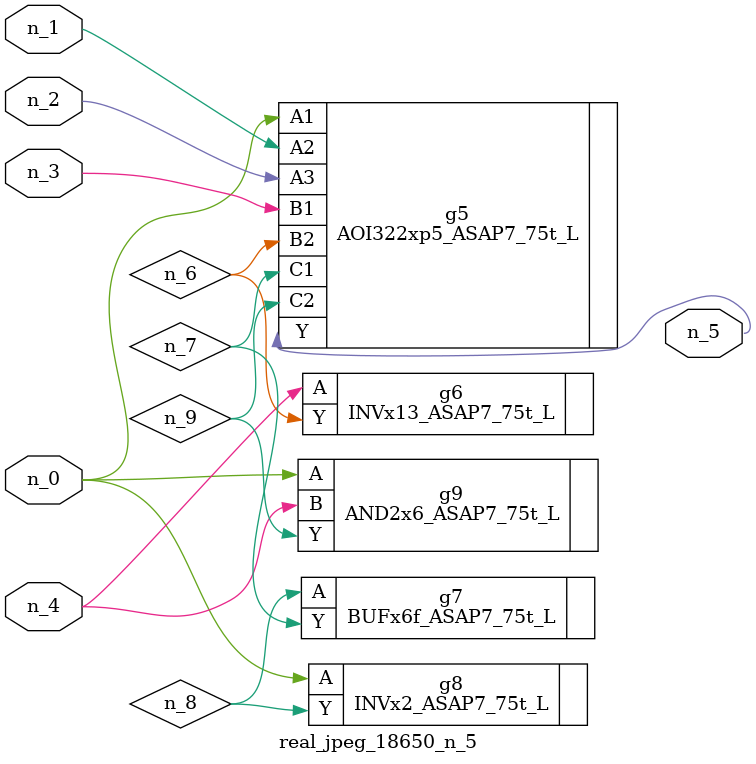
<source format=v>
module real_jpeg_18650_n_5 (n_4, n_0, n_1, n_2, n_3, n_5);

input n_4;
input n_0;
input n_1;
input n_2;
input n_3;

output n_5;

wire n_8;
wire n_6;
wire n_7;
wire n_9;

AOI322xp5_ASAP7_75t_L g5 ( 
.A1(n_0),
.A2(n_1),
.A3(n_2),
.B1(n_3),
.B2(n_6),
.C1(n_7),
.C2(n_9),
.Y(n_5)
);

INVx2_ASAP7_75t_L g8 ( 
.A(n_0),
.Y(n_8)
);

AND2x6_ASAP7_75t_L g9 ( 
.A(n_0),
.B(n_4),
.Y(n_9)
);

INVx13_ASAP7_75t_L g6 ( 
.A(n_4),
.Y(n_6)
);

BUFx6f_ASAP7_75t_L g7 ( 
.A(n_8),
.Y(n_7)
);


endmodule
</source>
